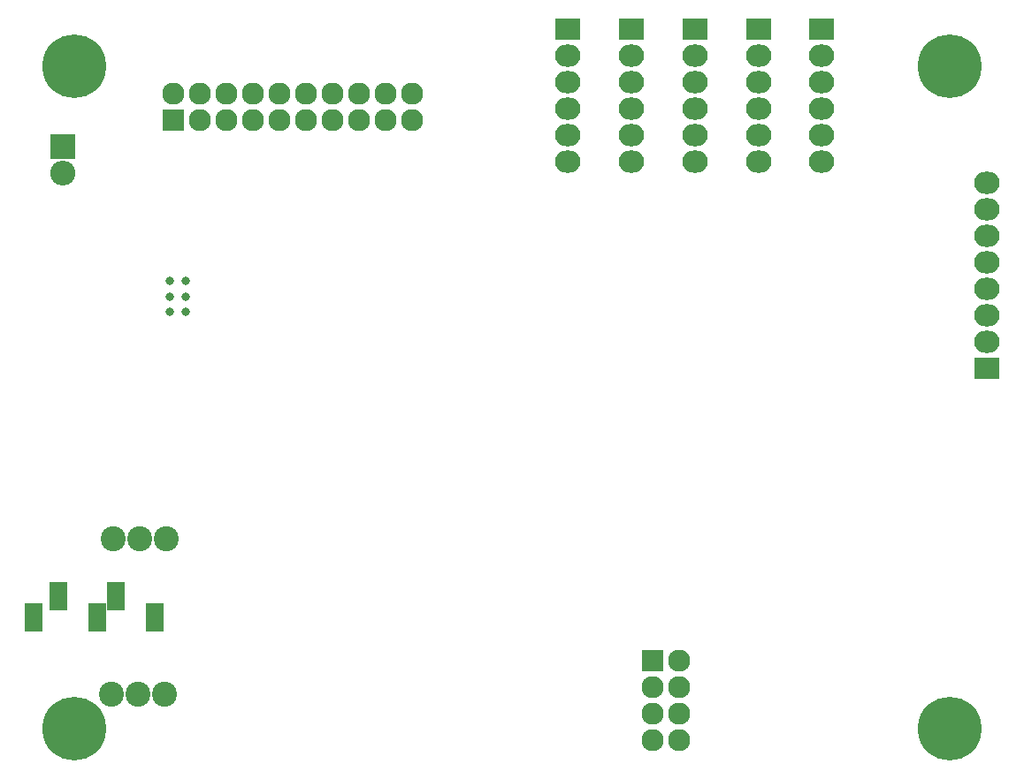
<source format=gbs>
G04 #@! TF.FileFunction,Soldermask,Bot*
%FSLAX46Y46*%
G04 Gerber Fmt 4.6, Leading zero omitted, Abs format (unit mm)*
G04 Created by KiCad (PCBNEW 4.0.7-e2-6376~58~ubuntu16.04.1) date Mon Oct 23 20:06:01 2017*
%MOMM*%
%LPD*%
G01*
G04 APERTURE LIST*
%ADD10C,0.150000*%
%ADD11C,6.100000*%
%ADD12R,2.432000X2.127200*%
%ADD13O,2.432000X2.127200*%
%ADD14O,2.398980X2.398980*%
%ADD15R,2.398980X2.398980*%
%ADD16C,0.800000*%
%ADD17R,2.127200X2.127200*%
%ADD18O,2.127200X2.127200*%
%ADD19R,1.700000X2.700000*%
%ADD20C,2.398980*%
G04 APERTURE END LIST*
D10*
D11*
X73660000Y-121920000D03*
X73660000Y-58420000D03*
X157480000Y-58420000D03*
D12*
X133096000Y-54864000D03*
D13*
X133096000Y-57404000D03*
X133096000Y-59944000D03*
X133096000Y-62484000D03*
X133096000Y-65024000D03*
X133096000Y-67564000D03*
D12*
X120904000Y-54864000D03*
D13*
X120904000Y-57404000D03*
X120904000Y-59944000D03*
X120904000Y-62484000D03*
X120904000Y-65024000D03*
X120904000Y-67564000D03*
D12*
X161036000Y-87376000D03*
D13*
X161036000Y-84836000D03*
X161036000Y-82296000D03*
X161036000Y-79756000D03*
X161036000Y-77216000D03*
X161036000Y-74676000D03*
X161036000Y-72136000D03*
X161036000Y-69596000D03*
D14*
X72517000Y-68707000D03*
D15*
X72517000Y-66167000D03*
D12*
X127000000Y-54864000D03*
D13*
X127000000Y-57404000D03*
X127000000Y-59944000D03*
X127000000Y-62484000D03*
X127000000Y-65024000D03*
X127000000Y-67564000D03*
D12*
X139192000Y-54864000D03*
D13*
X139192000Y-57404000D03*
X139192000Y-59944000D03*
X139192000Y-62484000D03*
X139192000Y-65024000D03*
X139192000Y-67564000D03*
D12*
X145137000Y-54864000D03*
D13*
X145137000Y-57404000D03*
X145137000Y-59944000D03*
X145137000Y-62484000D03*
X145137000Y-65024000D03*
X145137000Y-67564000D03*
D16*
X82780000Y-78980000D03*
X82780000Y-80480000D03*
X84280000Y-78980000D03*
X84280000Y-80480000D03*
X82780000Y-81980000D03*
X84280000Y-81980000D03*
D11*
X157480000Y-121920000D03*
D17*
X83124721Y-63609889D03*
D18*
X83124721Y-61069889D03*
X85664721Y-63609889D03*
X85664721Y-61069889D03*
X88204721Y-63609889D03*
X88204721Y-61069889D03*
X90744721Y-63609889D03*
X90744721Y-61069889D03*
X93284721Y-63609889D03*
X93284721Y-61069889D03*
X95824721Y-63609889D03*
X95824721Y-61069889D03*
X98364721Y-63609889D03*
X98364721Y-61069889D03*
X100904721Y-63609889D03*
X100904721Y-61069889D03*
X103444721Y-63609889D03*
X103444721Y-61069889D03*
X105984721Y-63609889D03*
X105984721Y-61069889D03*
D19*
X69695000Y-111214000D03*
X77595000Y-109214000D03*
X72095000Y-109214000D03*
X81295000Y-111214000D03*
X75795000Y-111214000D03*
D17*
X129008000Y-115405000D03*
D18*
X131548000Y-115405000D03*
X129008000Y-117945000D03*
X131548000Y-117945000D03*
X129008000Y-120485000D03*
X131548000Y-120485000D03*
X129008000Y-123025000D03*
X131548000Y-123025000D03*
D20*
X79859000Y-103721000D03*
X82399000Y-103721000D03*
X77319000Y-103721000D03*
X79732000Y-118580000D03*
X77192000Y-118580000D03*
X82272000Y-118580000D03*
M02*

</source>
